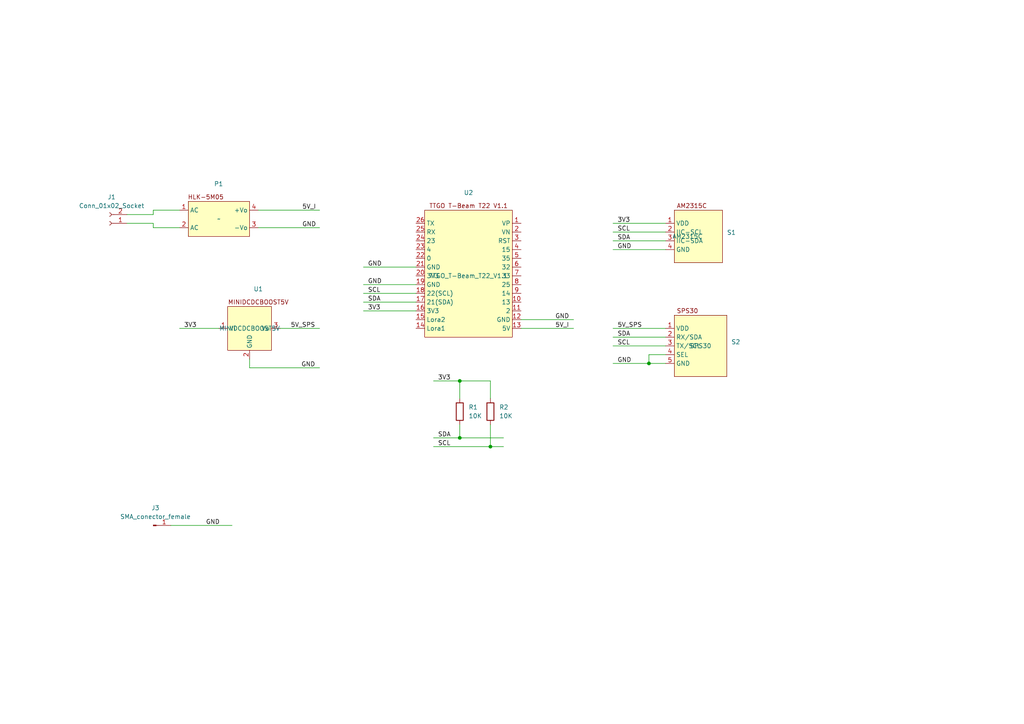
<source format=kicad_sch>
(kicad_sch (version 20250114) (generator "eeschema") (generator_version "9.0")
  (paper "A4")
  (title_block (title "Ittestress 2023 (Homerus Edition)") (date "2024-01-08") (rev "1.0") (company "IoT-Apeldoorn") (comment 1 "Designed by RFSee for") (comment 2 "https://github.com/TTNApeldoorn/aid-hittestress-2023"))
  (lib_symbols
    (symbol "Connector:Conn_01x01_Pin" (pin_names (offset 1.016) (hide yes))
      (property "Reference" "J" (at 0 2.54 0))
      (property "Value" "Conn_01x01_Pin" (at 0 -2.54 0))
      (symbol "Conn_01x01_Pin_1_1"
        (rectangle (start 0.8636 0.127) (end 0 -0.127) (stroke (width 0.1524)) (fill (type outline)))
        (polyline (pts (xy 1.27 0) (xy 0.8636 0)) (stroke (width 0.1524)))
        (pin passive line (at 5.08 0 180) (length 3.81) (name "Pin_1") (number "1"))
      )
    )
    (symbol "Connector:Conn_01x02_Socket" (pin_names (offset 1.016) (hide yes))
      (property "Reference" "J" (at 0 2.54 0))
      (property "Value" "Conn_01x02_Socket" (at 0 -5.08 0))
      (symbol "Conn_01x02_Socket_1_1"
        (polyline (pts (xy -1.27 0) (xy -0.508 0)) (stroke (width 0.1524)))
        (polyline (pts (xy -1.27 -2.54) (xy -0.508 -2.54)) (stroke (width 0.1524)))
        (arc (start 0 -0.508) (mid -0.5058 0) (end 0 0.508) (stroke (width 0.1524)))
        (arc (start 0 -3.048) (mid -0.5058 -2.54) (end 0 -2.032) (stroke (width 0.1524)))
        (pin passive line (at -5.08 0 0) (length 3.81) (name "Pin_1") (number "1"))
        (pin passive line (at -5.08 -2.54 0) (length 3.81) (name "Pin_2") (number "2"))
      )
    )
    (symbol "Device:R" (pin_numbers (hide yes)) (pin_names (offset 0))
      (property "Reference" "R" (at 2.032 0 90))
      (property "Value" "R" (at 0 0 90))
      (symbol "R_0_1"
        (rectangle (start -1.016 -2.54) (end 1.016 2.54) (stroke (width 0.254)))
      )
      (symbol "R_1_1"
        (pin passive line (at 0 3.81 270) (length 1.27) (name "~") (number "1"))
        (pin passive line (at 0 -3.81 90) (length 1.27) (name "~") (number "2"))
      )
    )
    (symbol "my-KiCad-library:AM2315C"
      (property "Reference" "S" (at -6.35 -8.89 0))
      (property "Value" "AM2315C" (at -3.81 0 0))
      (symbol "AM2315C_1_1"
        (rectangle (start -7.62 7.62) (end 6.35 -7.62) (fill (type background)))
        (text "AM2315C" (at -2.54 8.89 0) (effects (font (size 1.27 1.27))))
        (pin power_in line (at -10.16 3.81 0) (length 2.54) (name "VDD") (number "1"))
        (pin bidirectional line (at -10.16 1.27 0) (length 2.54) (name "IIC-SCL") (number "2"))
        (pin bidirectional line (at -10.16 -1.27 0) (length 2.54) (name "IIC-SDA") (number "3"))
        (pin power_in line (at -10.16 -3.81 0) (length 2.54) (name "GND") (number "4"))
      )
    )
    (symbol "my-KiCad-library:HLK-5M05"
      (property "Reference" "P" (at -7.62 -6.35 0))
      (property "Value" "HLK-5M05" (at 0 0 0))
      (symbol "HLK-5M05_1_1"
        (rectangle (start -8.89 5.08) (end 8.89 -5.08) (fill (type background)))
        (text "HLK-5M05" (at -3.81 6.35 0) (effects (font (size 1.27 1.27))))
        (pin power_in line (at -11.43 2.54 0) (length 2.54) (name "AC") (number "1"))
        (pin power_in line (at -11.43 -2.54 0) (length 2.54) (name "AC") (number "2"))
        (pin power_out line (at 11.43 2.54 180) (length 2.54) (name "+Vo") (number "4"))
        (pin power_out line (at 11.43 -2.54 180) (length 2.54) (name "-Vo") (number "3"))
      )
    )
    (symbol "my-KiCad-library:MINIDCDCBOOST5V"
      (property "Reference" "U" (at 5.08 -7.62 0))
      (property "Value" "MINIDCDCBOOST5V" (at 0 0 0))
      (symbol "MINIDCDCBOOST5V_1_1"
        (rectangle (start -6.35 6.35) (end 6.35 -6.35) (fill (type background)))
        (text "MINIDCDCBOOST5V" (at 2.54 7.62 0) (effects (font (size 1.27 1.27))))
        (pin power_in line (at -8.89 0 0) (length 2.54) (name "Vi") (number "1"))
        (pin power_out line (at 0 -8.89 90) (length 2.54) (name "GND") (number "2"))
        (pin power_out line (at 8.89 0 180) (length 2.54) (name "Vo") (number "3"))
      )
    )
    (symbol "my-KiCad-library:SPS30"
      (property "Reference" "S" (at -6.35 -10.16 0))
      (property "Value" "SPS30" (at 0 0 0))
      (symbol "SPS30_1_1"
        (rectangle (start -7.62 8.89) (end 7.62 -8.89) (fill (type background)))
        (text "SPS30" (at -3.81 10.16 0) (effects (font (size 1.27 1.27))))
        (pin power_in line (at -10.16 5.08 0) (length 2.54) (name "VDD") (number "1"))
        (pin bidirectional line (at -10.16 2.54 0) (length 2.54) (name "RX/SDA") (number "2"))
        (pin bidirectional line (at -10.16 0 0) (length 2.54) (name "TX/SCL") (number "3"))
        (pin bidirectional line (at -10.16 -2.54 0) (length 2.54) (name "SEL") (number "4"))
        (pin power_in line (at -10.16 -5.08 0) (length 2.54) (name "GND") (number "5"))
      )
    )
    (symbol "my-KiCad-library:TTGO_T-Beam_T22_V1.1"
      (property "Reference" "U" (at -11.43 -19.05 0))
      (property "Value" "TTGO_T-Beam_T22_V1.1" (at 0 0 0))
      (symbol "TTGO_T-Beam_T22_V1.1_1_1"
        (rectangle (start -12.7 19.05) (end 12.7 -17.78) (fill (type background)))
        (text "TTGO T-Beam T22 V1.1" (at 0 20.32 0) (effects (font (size 1.27 1.27))))
        (pin output line (at -15.24 15.24 0) (length 2.54) (name "TX") (number "26"))
        (pin input line (at -15.24 12.7 0) (length 2.54) (name "RX") (number "25"))
        (pin bidirectional line (at -15.24 10.16 0) (length 2.54) (name "23") (number "24"))
        (pin bidirectional line (at -15.24 7.62 0) (length 2.54) (name "4") (number "23"))
        (pin bidirectional line (at -15.24 5.08 0) (length 2.54) (name "0") (number "22"))
        (pin passive line (at -15.24 2.54 0) (length 2.54) (name "GND") (number "21"))
        (pin power_out line (at -15.24 0 0) (length 2.54) (name "3V3") (number "20"))
        (pin passive line (at -15.24 -2.54 0) (length 2.54) (name "GND") (number "19"))
        (pin bidirectional line (at -15.24 -5.08 0) (length 2.54) (name "22(SCL)") (number "18"))
        (pin bidirectional line (at -15.24 -7.62 0) (length 2.54) (name "21(SDA)") (number "17"))
        (pin bidirectional line (at -15.24 -10.16 0) (length 2.54) (name "3V3") (number "16"))
        (pin bidirectional line (at -15.24 -12.7 0) (length 2.54) (name "Lora2") (number "15"))
        (pin bidirectional line (at -15.24 -15.24 0) (length 2.54) (name "Lora1") (number "14"))
        (pin bidirectional line (at 15.24 15.24 180) (length 2.54) (name "VP") (number "1"))
        (pin bidirectional line (at 15.24 12.7 180) (length 2.54) (name "VN") (number "2"))
        (pin bidirectional line (at 15.24 10.16 180) (length 2.54) (name "RST") (number "3"))
        (pin bidirectional line (at 15.24 7.62 180) (length 2.54) (name "15") (number "4"))
        (pin bidirectional line (at 15.24 5.08 180) (length 2.54) (name "35") (number "5"))
        (pin bidirectional line (at 15.24 2.54 180) (length 2.54) (name "32") (number "6"))
        (pin bidirectional line (at 15.24 0 180) (length 2.54) (name "33") (number "7"))
        (pin bidirectional line (at 15.24 -2.54 180) (length 2.54) (name "25") (number "8"))
        (pin bidirectional line (at 15.24 -5.08 180) (length 2.54) (name "14") (number "9"))
        (pin bidirectional line (at 15.24 -7.62 180) (length 2.54) (name "13") (number "10"))
        (pin bidirectional line (at 15.24 -10.16 180) (length 2.54) (name "2") (number "11"))
        (pin passive line (at 15.24 -12.7 180) (length 2.54) (name "GND") (number "12"))
        (pin bidirectional line (at 15.24 -15.24 180) (length 2.54) (name "5V") (number "13"))
      )
    )
  )
  (junction (at 133.35 110.49))
  (junction (at 133.35 127))
  (junction (at 188.214 105.41))
  (junction (at 142.24 129.54))
  (wire (pts (xy 133.35 127) (xy 146.05 127)))
  (wire (pts (xy 193.04 102.87) (xy 188.214 102.87)))
  (wire (pts (xy 177.8 64.77) (xy 193.04 64.77)))
  (wire (pts (xy 44.45 66.04) (xy 44.45 64.77)))
  (wire (pts (xy 177.8 97.79) (xy 193.04 97.79)))
  (wire (pts (xy 105.41 77.47) (xy 120.65 77.47)))
  (wire (pts (xy 125.73 129.54) (xy 142.24 129.54)))
  (wire (pts (xy 36.83 62.23) (xy 44.45 62.23)))
  (wire (pts (xy 125.73 110.49) (xy 133.35 110.49)))
  (wire (pts (xy 105.41 87.63) (xy 120.65 87.63)))
  (wire (pts (xy 133.35 110.49) (xy 142.24 110.49)))
  (wire (pts (xy 188.214 105.41) (xy 177.8 105.41)))
  (wire (pts (xy 72.39 106.68) (xy 92.71 106.68)))
  (wire (pts (xy 151.13 92.71) (xy 166.37 92.71)))
  (wire (pts (xy 193.04 105.41) (xy 188.214 105.41)))
  (wire (pts (xy 105.41 90.17) (xy 120.65 90.17)))
  (wire (pts (xy 81.28 95.25) (xy 92.71 95.25)))
  (wire (pts (xy 44.45 62.23) (xy 44.45 60.96)))
  (wire (pts (xy 52.07 66.04) (xy 44.45 66.04)))
  (wire (pts (xy 177.8 72.39) (xy 193.04 72.39)))
  (wire (pts (xy 151.13 95.25) (xy 166.37 95.25)))
  (wire (pts (xy 52.07 95.25) (xy 63.5 95.25)))
  (wire (pts (xy 105.41 82.55) (xy 120.65 82.55)))
  (wire (pts (xy 177.8 69.85) (xy 193.04 69.85)))
  (wire (pts (xy 105.41 85.09) (xy 120.65 85.09)))
  (wire (pts (xy 74.93 60.96) (xy 92.71 60.96)))
  (wire (pts (xy 142.24 123.19) (xy 142.24 129.54)))
  (wire (pts (xy 188.214 102.87) (xy 188.214 105.41)))
  (wire (pts (xy 142.24 129.54) (xy 146.05 129.54)))
  (wire (pts (xy 44.45 64.77) (xy 36.83 64.77)))
  (wire (pts (xy 72.39 104.14) (xy 72.39 106.68)))
  (wire (pts (xy 125.73 127) (xy 133.35 127)))
  (wire (pts (xy 49.53 152.4) (xy 67.31 152.4)))
  (wire (pts (xy 142.24 110.49) (xy 142.24 115.57)))
  (wire (pts (xy 133.35 110.49) (xy 133.35 115.57)))
  (wire (pts (xy 177.8 67.31) (xy 193.04 67.31)))
  (wire (pts (xy 177.8 100.33) (xy 193.04 100.33)))
  (wire (pts (xy 44.45 60.96) (xy 52.07 60.96)))
  (wire (pts (xy 177.8 95.25) (xy 193.04 95.25)))
  (wire (pts (xy 133.35 123.19) (xy 133.35 127)))
  (wire (pts (xy 74.93 66.04) (xy 92.71 66.04)))
  (label "5V_I" (at 165.1 95.25 180))
  (label "GND" (at 179.07 72.39 0))
  (label "SCL" (at 106.68 85.09 0))
  (label "GND" (at 91.44 106.68 180))
  (label "GND" (at 106.68 82.55 0))
  (label "3V3" (at 53.34 95.25 0))
  (label "GND" (at 87.63 66.04 0))
  (label "3V3" (at 106.68 90.17 0))
  (label "3V3" (at 179.07 64.77 0))
  (label "GND" (at 165.1 92.71 180))
  (label "5V_SPS" (at 179.07 95.25 0))
  (label "SCL" (at 179.07 67.31 0))
  (label "3V3" (at 127 110.49 0))
  (label "5V_SPS" (at 91.44 95.25 180))
  (label "SDA" (at 106.68 87.63 0))
  (label "GND" (at 179.07 105.41 0))
  (label "SDA" (at 179.07 69.85 0))
  (label "SDA" (at 179.07 97.79 0))
  (label "SCL" (at 179.07 100.33 0))
  (label "SCL" (at 127 129.54 0))
  (label "GND" (at 59.69 152.4 0))
  (label "SDA" (at 127 127 0))
  (label "5V_I" (at 87.63 60.96 0))
  (label "GND" (at 106.68 77.47 0))
  (symbol (lib_id "my-KiCad-library:TTGO_T-Beam_T22_V1.1") (at 135.89 80.01 0) (unit 1)
    (property "Reference" "U2" (at 135.89 55.88 0))
    (property "Value" "TTGO_T-Beam_T22_V1.1" (at 135.89 80.01 0))
    (property "Footprint" "my-KiCad-library:TTGO_T-Beam_T22_V1.1" (effects (hide yes)))
  )
  (symbol (lib_id "my-KiCad-library:MINIDCDCBOOST5V") (at 72.39 95.25 0) (unit 1)
    (property "Reference" "U1" (at 74.91 83.82 0))
    (property "Value" "MINIDCDCBOOST5V" (at 72.39 95.25 0))
    (property "Footprint" "my-KiCad-library:MINIDCDCBOOST5V" (effects (hide yes)))
    (property "Datasheet" "https://www.tinytronics.nl/shop/nl/power/spanningsconverters/boost-(step-up)-converters/mini-dc-dc-5v-step-up-boost-converter-480ma" (effects (hide yes)))
  )
  (symbol (lib_id "Connector:Conn_01x01_Pin") (at 44.45 152.4 0) (unit 1)
    (property "Reference" "J3" (at 45.085 147.32 0))
    (property "Value" "SMA_conector_female" (at 45.085 149.86 0))
    (property "Footprint" "my-KiCad-library:SMA-ANT-CONN" (effects (hide yes)))
  )
  (symbol (lib_id "Device:R") (at 133.35 119.38 0) (unit 1)
    (property "Reference" "R1" (at 135.89 118.1099 0) (effects (justify left)))
    (property "Value" "10K" (at 135.89 120.6499 0) (effects (justify left)))
    (property "Footprint" "Resistor_THT:R_Axial_DIN0309_L9.0mm_D3.2mm_P12.70mm_Horizontal" (effects (hide yes)))
    (property "Description" "Resistor" (effects (hide yes)))
  )
  (symbol (lib_id "my-KiCad-library:AM2315C") (at 203.2 68.58 0) (unit 1)
    (property "Reference" "S1" (at 210.82 67.4342 0) (effects (justify left)))
    (property "Value" "AM2315C" (at 199.39 68.58 0))
    (property "Footprint" "my-KiCad-library:AM2315C" (effects (hide yes)))
    (property "Datasheet" "https://cdn-shop.adafruit.com/product-files/5182/5182_AM2315C.pdf" (effects (hide yes)))
  )
  (symbol (lib_id "my-KiCad-library:SPS30") (at 203.2 100.33 0) (unit 1)
    (property "Reference" "S2" (at 212.09 99.1842 0) (effects (justify left)))
    (property "Value" "SPS30" (at 203.2 100.33 0))
    (property "Footprint" "my-KiCad-library:SPS30" (effects (hide yes)))
    (property "Datasheet" "https://sensirion.com/media/documents/8600FF88/616542B5/Sensirion_PM_Sensors_Datasheet_SPS30.pdf" (effects (hide yes)))
  )
  (symbol (lib_id "Device:R") (at 142.24 119.38 0) (unit 1)
    (property "Reference" "R2" (at 144.78 118.1099 0) (effects (justify left)))
    (property "Value" "10K" (at 144.78 120.6499 0) (effects (justify left)))
    (property "Footprint" "Resistor_THT:R_Axial_DIN0309_L9.0mm_D3.2mm_P12.70mm_Horizontal" (effects (hide yes)))
    (property "Description" "Resistor" (effects (hide yes)))
  )
  (symbol (lib_id "Connector:Conn_01x02_Socket") (at 31.75 64.77 180) (unit 1)
    (property "Reference" "J1" (at 32.385 57.15 0))
    (property "Value" "Conn_01x02_Socket" (at 32.385 59.69 0))
    (property "Footprint" "Connector_Phoenix_MC_HighVoltage:PhoenixContact_MCV_1,5_2-G-5.08_1x02_P5.08mm_Vertical" (effects (hide yes)))
  )
  (symbol (lib_id "my-KiCad-library:HLK-5M05") (at 63.5 63.5 0) (unit 1)
    (property "Reference" "P1" (at 63.4142 53.34 0))
    (property "Value" "~" (at 63.5 63.5 0))
    (property "Footprint" "my-KiCad-library:HLK-5M05" (effects (hide yes)))
    (property "Datasheet" "https://5.imimg.com/data5/JI/JR/RP/SELLER-1833510/hlk-5m05-power-module.pdf" (effects (hide yes)))
  )
)
</source>
